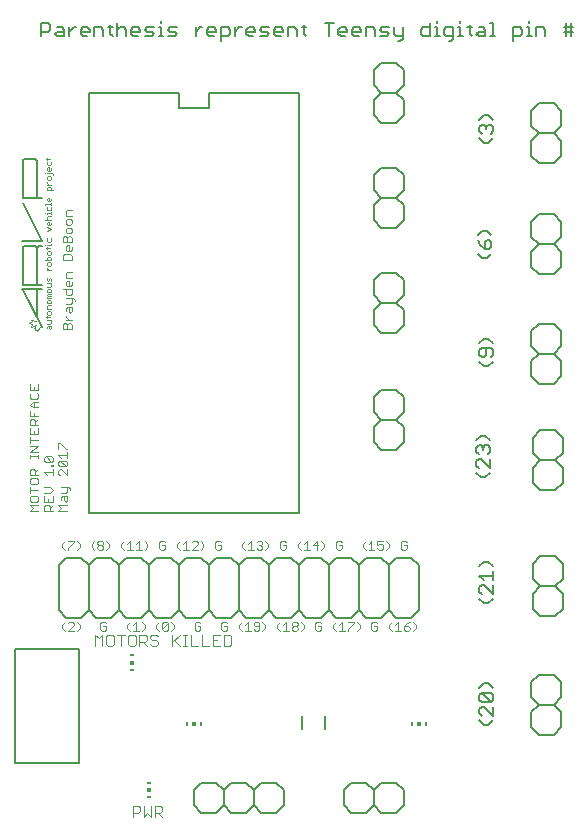
<source format=gto>
G75*
%MOIN*%
%OFA0B0*%
%FSLAX25Y25*%
%IPPOS*%
%LPD*%
%AMOC8*
5,1,8,0,0,1.08239X$1,22.5*
%
%ADD10C,0.00300*%
%ADD11C,0.00500*%
%ADD12C,0.00600*%
%ADD13R,0.00591X0.01181*%
%ADD14R,0.01181X0.01181*%
%ADD15R,0.01181X0.00591*%
%ADD16C,0.00800*%
%ADD17C,0.00200*%
D10*
X0090578Y0051083D02*
X0090578Y0054786D01*
X0092430Y0054786D01*
X0093047Y0054169D01*
X0093047Y0052935D01*
X0092430Y0052317D01*
X0090578Y0052317D01*
X0094262Y0051083D02*
X0095496Y0052317D01*
X0096730Y0051083D01*
X0096730Y0054786D01*
X0097945Y0054786D02*
X0099796Y0054786D01*
X0100414Y0054169D01*
X0100414Y0052935D01*
X0099796Y0052317D01*
X0097945Y0052317D01*
X0097945Y0051083D02*
X0097945Y0054786D01*
X0099179Y0052317D02*
X0100414Y0051083D01*
X0094262Y0051083D02*
X0094262Y0054786D01*
X0095280Y0108083D02*
X0094045Y0109317D01*
X0094663Y0109317D02*
X0092811Y0109317D01*
X0092811Y0108083D02*
X0092811Y0111786D01*
X0094663Y0111786D01*
X0095280Y0111169D01*
X0095280Y0109935D01*
X0094663Y0109317D01*
X0096494Y0108700D02*
X0097111Y0108083D01*
X0098346Y0108083D01*
X0098963Y0108700D01*
X0098963Y0109317D01*
X0098346Y0109935D01*
X0097111Y0109935D01*
X0096494Y0110552D01*
X0096494Y0111169D01*
X0097111Y0111786D01*
X0098346Y0111786D01*
X0098963Y0111169D01*
X0099475Y0113083D02*
X0098508Y0114051D01*
X0098508Y0115018D01*
X0099475Y0115986D01*
X0100472Y0115502D02*
X0100956Y0115986D01*
X0101924Y0115986D01*
X0102407Y0115502D01*
X0100472Y0113567D01*
X0100956Y0113083D01*
X0101924Y0113083D01*
X0102407Y0113567D01*
X0102407Y0115502D01*
X0103419Y0115986D02*
X0104386Y0115018D01*
X0104386Y0114051D01*
X0103419Y0113083D01*
X0103860Y0111786D02*
X0103860Y0108083D01*
X0103860Y0109317D02*
X0106329Y0111786D01*
X0107544Y0111786D02*
X0108778Y0111786D01*
X0108161Y0111786D02*
X0108161Y0108083D01*
X0107544Y0108083D02*
X0108778Y0108083D01*
X0109999Y0108083D02*
X0109999Y0111786D01*
X0111760Y0113083D02*
X0112727Y0113083D01*
X0113211Y0113567D01*
X0113211Y0114534D01*
X0112244Y0114534D01*
X0111276Y0115502D02*
X0111276Y0113567D01*
X0111760Y0113083D01*
X0113682Y0111786D02*
X0113682Y0108083D01*
X0116151Y0108083D01*
X0117365Y0108083D02*
X0117365Y0111786D01*
X0119834Y0111786D01*
X0121048Y0111786D02*
X0121048Y0108083D01*
X0122900Y0108083D01*
X0123517Y0108700D01*
X0123517Y0111169D01*
X0122900Y0111786D01*
X0121048Y0111786D01*
X0120600Y0113083D02*
X0121567Y0113083D01*
X0122051Y0113567D01*
X0122051Y0114534D01*
X0121083Y0114534D01*
X0120116Y0113567D02*
X0120600Y0113083D01*
X0120116Y0113567D02*
X0120116Y0115502D01*
X0120600Y0115986D01*
X0121567Y0115986D01*
X0122051Y0115502D01*
X0126009Y0115018D02*
X0126009Y0114051D01*
X0126976Y0113083D01*
X0127973Y0113083D02*
X0129908Y0113083D01*
X0128941Y0113083D02*
X0128941Y0115986D01*
X0127973Y0115018D01*
X0126976Y0115986D02*
X0126009Y0115018D01*
X0130920Y0115018D02*
X0131403Y0114534D01*
X0132855Y0114534D01*
X0132855Y0113567D02*
X0132855Y0115502D01*
X0132371Y0115986D01*
X0131403Y0115986D01*
X0130920Y0115502D01*
X0130920Y0115018D01*
X0130920Y0113567D02*
X0131403Y0113083D01*
X0132371Y0113083D01*
X0132855Y0113567D01*
X0133866Y0113083D02*
X0134834Y0114051D01*
X0134834Y0115018D01*
X0133866Y0115986D01*
X0138777Y0115018D02*
X0138777Y0114051D01*
X0139745Y0113083D01*
X0140741Y0113083D02*
X0142676Y0113083D01*
X0141709Y0113083D02*
X0141709Y0115986D01*
X0140741Y0115018D01*
X0139745Y0115986D02*
X0138777Y0115018D01*
X0143688Y0115018D02*
X0143688Y0115502D01*
X0144172Y0115986D01*
X0145139Y0115986D01*
X0145623Y0115502D01*
X0145623Y0115018D01*
X0145139Y0114534D01*
X0144172Y0114534D01*
X0143688Y0115018D01*
X0144172Y0114534D02*
X0143688Y0114051D01*
X0143688Y0113567D01*
X0144172Y0113083D01*
X0145139Y0113083D01*
X0145623Y0113567D01*
X0145623Y0114051D01*
X0145139Y0114534D01*
X0146634Y0113083D02*
X0147602Y0114051D01*
X0147602Y0115018D01*
X0146634Y0115986D01*
X0151545Y0115502D02*
X0151545Y0113567D01*
X0152029Y0113083D01*
X0152997Y0113083D01*
X0153480Y0113567D01*
X0153480Y0114534D01*
X0152513Y0114534D01*
X0153480Y0115502D02*
X0152997Y0115986D01*
X0152029Y0115986D01*
X0151545Y0115502D01*
X0157438Y0115018D02*
X0157438Y0114051D01*
X0158406Y0113083D01*
X0159403Y0113083D02*
X0161338Y0113083D01*
X0160370Y0113083D02*
X0160370Y0115986D01*
X0159403Y0115018D01*
X0158406Y0115986D02*
X0157438Y0115018D01*
X0162349Y0115986D02*
X0164284Y0115986D01*
X0164284Y0115502D01*
X0162349Y0113567D01*
X0162349Y0113083D01*
X0165296Y0113083D02*
X0166263Y0114051D01*
X0166263Y0115018D01*
X0165296Y0115986D01*
X0170207Y0115502D02*
X0170207Y0113567D01*
X0170690Y0113083D01*
X0171658Y0113083D01*
X0172142Y0113567D01*
X0172142Y0114534D01*
X0171174Y0114534D01*
X0170207Y0115502D02*
X0170690Y0115986D01*
X0171658Y0115986D01*
X0172142Y0115502D01*
X0176100Y0115018D02*
X0176100Y0114051D01*
X0177067Y0113083D01*
X0178064Y0113083D02*
X0179999Y0113083D01*
X0179031Y0113083D02*
X0179031Y0115986D01*
X0178064Y0115018D01*
X0177067Y0115986D02*
X0176100Y0115018D01*
X0181011Y0114534D02*
X0181011Y0113567D01*
X0181494Y0113083D01*
X0182462Y0113083D01*
X0182945Y0113567D01*
X0182945Y0114051D01*
X0182462Y0114534D01*
X0181011Y0114534D01*
X0181978Y0115502D01*
X0182945Y0115986D01*
X0183957Y0115986D02*
X0184925Y0115018D01*
X0184925Y0114051D01*
X0183957Y0113083D01*
X0181480Y0140083D02*
X0181963Y0140567D01*
X0181963Y0141534D01*
X0180996Y0141534D01*
X0180028Y0140567D02*
X0180512Y0140083D01*
X0181480Y0140083D01*
X0180028Y0140567D02*
X0180028Y0142502D01*
X0180512Y0142986D01*
X0181480Y0142986D01*
X0181963Y0142502D01*
X0176085Y0142018D02*
X0175117Y0142986D01*
X0174106Y0142986D02*
X0172171Y0142986D01*
X0172171Y0141534D01*
X0173138Y0142018D01*
X0173622Y0142018D01*
X0174106Y0141534D01*
X0174106Y0140567D01*
X0173622Y0140083D01*
X0172655Y0140083D01*
X0172171Y0140567D01*
X0171159Y0140083D02*
X0169224Y0140083D01*
X0170192Y0140083D02*
X0170192Y0142986D01*
X0169224Y0142018D01*
X0168228Y0142986D02*
X0167260Y0142018D01*
X0167260Y0141051D01*
X0168228Y0140083D01*
X0175117Y0140083D02*
X0176085Y0141051D01*
X0176085Y0142018D01*
X0160356Y0141534D02*
X0159388Y0141534D01*
X0160356Y0141534D02*
X0160356Y0140567D01*
X0159872Y0140083D01*
X0158904Y0140083D01*
X0158421Y0140567D01*
X0158421Y0142502D01*
X0158904Y0142986D01*
X0159872Y0142986D01*
X0160356Y0142502D01*
X0154477Y0142018D02*
X0153510Y0142986D01*
X0154477Y0142018D02*
X0154477Y0141051D01*
X0153510Y0140083D01*
X0152014Y0140083D02*
X0152014Y0142986D01*
X0150563Y0141534D01*
X0152498Y0141534D01*
X0149552Y0140083D02*
X0147617Y0140083D01*
X0148584Y0140083D02*
X0148584Y0142986D01*
X0147617Y0142018D01*
X0146620Y0142986D02*
X0145652Y0142018D01*
X0145652Y0141051D01*
X0146620Y0140083D01*
X0141694Y0140567D02*
X0141694Y0141534D01*
X0140727Y0141534D01*
X0141694Y0140567D02*
X0141210Y0140083D01*
X0140243Y0140083D01*
X0139759Y0140567D01*
X0139759Y0142502D01*
X0140243Y0142986D01*
X0141210Y0142986D01*
X0141694Y0142502D01*
X0135816Y0142018D02*
X0134848Y0142986D01*
X0133837Y0142502D02*
X0133837Y0142018D01*
X0133353Y0141534D01*
X0133837Y0141051D01*
X0133837Y0140567D01*
X0133353Y0140083D01*
X0132386Y0140083D01*
X0131902Y0140567D01*
X0130890Y0140083D02*
X0128955Y0140083D01*
X0129923Y0140083D02*
X0129923Y0142986D01*
X0128955Y0142018D01*
X0127958Y0142986D02*
X0126991Y0142018D01*
X0126991Y0141051D01*
X0127958Y0140083D01*
X0131902Y0142502D02*
X0132386Y0142986D01*
X0133353Y0142986D01*
X0133837Y0142502D01*
X0133353Y0141534D02*
X0132869Y0141534D01*
X0134848Y0140083D02*
X0135816Y0141051D01*
X0135816Y0142018D01*
X0120086Y0141534D02*
X0119119Y0141534D01*
X0120086Y0141534D02*
X0120086Y0140567D01*
X0119603Y0140083D01*
X0118635Y0140083D01*
X0118151Y0140567D01*
X0118151Y0142502D01*
X0118635Y0142986D01*
X0119603Y0142986D01*
X0120086Y0142502D01*
X0114208Y0142018D02*
X0113241Y0142986D01*
X0112229Y0142502D02*
X0112229Y0142018D01*
X0110294Y0140083D01*
X0112229Y0140083D01*
X0113241Y0140083D02*
X0114208Y0141051D01*
X0114208Y0142018D01*
X0112229Y0142502D02*
X0111745Y0142986D01*
X0110778Y0142986D01*
X0110294Y0142502D01*
X0108315Y0142986D02*
X0108315Y0140083D01*
X0107348Y0140083D02*
X0109283Y0140083D01*
X0107348Y0142018D02*
X0108315Y0142986D01*
X0106351Y0142986D02*
X0105383Y0142018D01*
X0105383Y0141051D01*
X0106351Y0140083D01*
X0101425Y0140567D02*
X0101425Y0141534D01*
X0100458Y0141534D01*
X0101425Y0140567D02*
X0100941Y0140083D01*
X0099974Y0140083D01*
X0099490Y0140567D01*
X0099490Y0142502D01*
X0099974Y0142986D01*
X0100941Y0142986D01*
X0101425Y0142502D01*
X0095547Y0142018D02*
X0094579Y0142986D01*
X0095547Y0142018D02*
X0095547Y0141051D01*
X0094579Y0140083D01*
X0093568Y0140083D02*
X0091633Y0140083D01*
X0092600Y0140083D02*
X0092600Y0142986D01*
X0091633Y0142018D01*
X0090621Y0140083D02*
X0088686Y0140083D01*
X0089654Y0140083D02*
X0089654Y0142986D01*
X0088686Y0142018D01*
X0087689Y0142986D02*
X0086722Y0142018D01*
X0086722Y0141051D01*
X0087689Y0140083D01*
X0082779Y0141051D02*
X0082779Y0142018D01*
X0081811Y0142986D01*
X0080800Y0142502D02*
X0080800Y0142018D01*
X0080316Y0141534D01*
X0079348Y0141534D01*
X0078865Y0142018D01*
X0078865Y0142502D01*
X0079348Y0142986D01*
X0080316Y0142986D01*
X0080800Y0142502D01*
X0080316Y0141534D02*
X0080800Y0141051D01*
X0080800Y0140567D01*
X0080316Y0140083D01*
X0079348Y0140083D01*
X0078865Y0140567D01*
X0078865Y0141051D01*
X0079348Y0141534D01*
X0077868Y0140083D02*
X0076900Y0141051D01*
X0076900Y0142018D01*
X0077868Y0142986D01*
X0081811Y0140083D02*
X0082779Y0141051D01*
X0072957Y0141051D02*
X0072957Y0142018D01*
X0071989Y0142986D01*
X0070978Y0142986D02*
X0070978Y0142502D01*
X0069043Y0140567D01*
X0069043Y0140083D01*
X0068046Y0140083D02*
X0067078Y0141051D01*
X0067078Y0142018D01*
X0068046Y0142986D01*
X0069043Y0142986D02*
X0070978Y0142986D01*
X0072957Y0141051D02*
X0071989Y0140083D01*
X0068778Y0153083D02*
X0065876Y0153083D01*
X0066843Y0154051D01*
X0065876Y0155018D01*
X0068778Y0155018D01*
X0068295Y0156030D02*
X0067811Y0156513D01*
X0067811Y0157965D01*
X0067327Y0157965D02*
X0068778Y0157965D01*
X0068778Y0156513D01*
X0068295Y0156030D01*
X0066843Y0156513D02*
X0066843Y0157481D01*
X0067327Y0157965D01*
X0066843Y0158976D02*
X0068295Y0158976D01*
X0068778Y0159460D01*
X0068778Y0160911D01*
X0069262Y0160911D02*
X0069746Y0160427D01*
X0069746Y0159944D01*
X0069262Y0160911D02*
X0066843Y0160911D01*
X0063978Y0159944D02*
X0063011Y0160911D01*
X0061076Y0160911D01*
X0061076Y0158976D02*
X0063011Y0158976D01*
X0063978Y0159944D01*
X0063978Y0157965D02*
X0063978Y0156030D01*
X0061076Y0156030D01*
X0061076Y0157965D01*
X0062527Y0156997D02*
X0062527Y0156030D01*
X0062527Y0155018D02*
X0063011Y0154534D01*
X0063011Y0153083D01*
X0063978Y0153083D02*
X0061076Y0153083D01*
X0061076Y0154534D01*
X0061560Y0155018D01*
X0062527Y0155018D01*
X0063011Y0154051D02*
X0063978Y0155018D01*
X0059178Y0155018D02*
X0056276Y0155018D01*
X0057243Y0154051D01*
X0056276Y0153083D01*
X0059178Y0153083D01*
X0058695Y0156030D02*
X0059178Y0156513D01*
X0059178Y0157481D01*
X0058695Y0157965D01*
X0056760Y0157965D01*
X0056276Y0157481D01*
X0056276Y0156513D01*
X0056760Y0156030D01*
X0058695Y0156030D01*
X0056276Y0158976D02*
X0056276Y0160911D01*
X0056276Y0159944D02*
X0059178Y0159944D01*
X0058695Y0161923D02*
X0059178Y0162406D01*
X0059178Y0163374D01*
X0058695Y0163858D01*
X0056760Y0163858D01*
X0056276Y0163374D01*
X0056276Y0162406D01*
X0056760Y0161923D01*
X0058695Y0161923D01*
X0059178Y0164869D02*
X0056276Y0164869D01*
X0056276Y0166320D01*
X0056760Y0166804D01*
X0057727Y0166804D01*
X0058211Y0166320D01*
X0058211Y0164869D01*
X0058211Y0165837D02*
X0059178Y0166804D01*
X0061076Y0165837D02*
X0062043Y0164869D01*
X0061076Y0165837D02*
X0063978Y0165837D01*
X0063978Y0166804D02*
X0063978Y0164869D01*
X0065876Y0165353D02*
X0066360Y0164869D01*
X0065876Y0165353D02*
X0065876Y0166320D01*
X0066360Y0166804D01*
X0066843Y0166804D01*
X0068778Y0164869D01*
X0068778Y0166804D01*
X0068295Y0167816D02*
X0066360Y0169751D01*
X0068295Y0169751D01*
X0068778Y0169267D01*
X0068778Y0168299D01*
X0068295Y0167816D01*
X0066360Y0167816D01*
X0065876Y0168299D01*
X0065876Y0169267D01*
X0066360Y0169751D01*
X0066843Y0170762D02*
X0065876Y0171730D01*
X0068778Y0171730D01*
X0068778Y0172697D02*
X0068778Y0170762D01*
X0068778Y0173709D02*
X0068295Y0173709D01*
X0066360Y0175644D01*
X0065876Y0175644D01*
X0065876Y0173709D01*
X0063495Y0171224D02*
X0063978Y0170740D01*
X0063978Y0169773D01*
X0063495Y0169289D01*
X0061560Y0171224D01*
X0063495Y0171224D01*
X0063495Y0169289D02*
X0061560Y0169289D01*
X0061076Y0169773D01*
X0061076Y0170740D01*
X0061560Y0171224D01*
X0059178Y0171246D02*
X0056276Y0171246D01*
X0056276Y0170762D02*
X0056276Y0171730D01*
X0056276Y0172727D02*
X0059178Y0174662D01*
X0056276Y0174662D01*
X0056276Y0175673D02*
X0056276Y0177608D01*
X0056276Y0176641D02*
X0059178Y0176641D01*
X0059178Y0178620D02*
X0056276Y0178620D01*
X0056276Y0180555D01*
X0056276Y0181566D02*
X0056276Y0183017D01*
X0056760Y0183501D01*
X0057727Y0183501D01*
X0058211Y0183017D01*
X0058211Y0181566D01*
X0059178Y0181566D02*
X0056276Y0181566D01*
X0058211Y0182534D02*
X0059178Y0183501D01*
X0059178Y0184513D02*
X0056276Y0184513D01*
X0056276Y0186448D01*
X0057243Y0187459D02*
X0056276Y0188427D01*
X0057243Y0189394D01*
X0059178Y0189394D01*
X0058695Y0190406D02*
X0059178Y0190889D01*
X0059178Y0191857D01*
X0058695Y0192341D01*
X0059178Y0193352D02*
X0059178Y0195287D01*
X0057727Y0194320D02*
X0057727Y0193352D01*
X0056760Y0192341D02*
X0056276Y0191857D01*
X0056276Y0190889D01*
X0056760Y0190406D01*
X0058695Y0190406D01*
X0057727Y0189394D02*
X0057727Y0187459D01*
X0057243Y0187459D02*
X0059178Y0187459D01*
X0057727Y0185480D02*
X0057727Y0184513D01*
X0059178Y0180555D02*
X0059178Y0178620D01*
X0057727Y0178620D02*
X0057727Y0179587D01*
X0059178Y0172727D02*
X0056276Y0172727D01*
X0059178Y0171730D02*
X0059178Y0170762D01*
X0063495Y0168299D02*
X0063978Y0168299D01*
X0063978Y0167816D01*
X0063495Y0167816D01*
X0063495Y0168299D01*
X0059178Y0193352D02*
X0056276Y0193352D01*
X0056276Y0195287D01*
X0067376Y0213583D02*
X0067376Y0215034D01*
X0067860Y0215518D01*
X0068343Y0215518D01*
X0068827Y0215034D01*
X0068827Y0213583D01*
X0070278Y0213583D02*
X0067376Y0213583D01*
X0068827Y0215034D02*
X0069311Y0215518D01*
X0069795Y0215518D01*
X0070278Y0215034D01*
X0070278Y0213583D01*
X0070278Y0216530D02*
X0068343Y0216530D01*
X0068343Y0217497D02*
X0069311Y0216530D01*
X0068343Y0217497D02*
X0068343Y0217981D01*
X0068343Y0219469D02*
X0068343Y0220436D01*
X0068827Y0220920D01*
X0070278Y0220920D01*
X0070278Y0219469D01*
X0069795Y0218985D01*
X0069311Y0219469D01*
X0069311Y0220920D01*
X0069795Y0221932D02*
X0070278Y0222415D01*
X0070278Y0223867D01*
X0070762Y0223867D02*
X0068343Y0223867D01*
X0068827Y0224878D02*
X0068343Y0225362D01*
X0068343Y0226813D01*
X0067376Y0226813D02*
X0070278Y0226813D01*
X0070278Y0225362D01*
X0069795Y0224878D01*
X0068827Y0224878D01*
X0070762Y0223867D02*
X0071246Y0223383D01*
X0071246Y0222899D01*
X0069795Y0221932D02*
X0068343Y0221932D01*
X0068827Y0227825D02*
X0068343Y0228308D01*
X0068343Y0229276D01*
X0068827Y0229760D01*
X0069311Y0229760D01*
X0069311Y0227825D01*
X0069795Y0227825D02*
X0068827Y0227825D01*
X0069795Y0227825D02*
X0070278Y0228308D01*
X0070278Y0229276D01*
X0070278Y0230771D02*
X0068343Y0230771D01*
X0068343Y0232222D01*
X0068827Y0232706D01*
X0070278Y0232706D01*
X0070278Y0236664D02*
X0070278Y0238115D01*
X0069795Y0238599D01*
X0067860Y0238599D01*
X0067376Y0238115D01*
X0067376Y0236664D01*
X0070278Y0236664D01*
X0069795Y0239611D02*
X0068827Y0239611D01*
X0068343Y0240094D01*
X0068343Y0241062D01*
X0068827Y0241546D01*
X0069311Y0241546D01*
X0069311Y0239611D01*
X0069795Y0239611D02*
X0070278Y0240094D01*
X0070278Y0241062D01*
X0070278Y0242557D02*
X0070278Y0244008D01*
X0069795Y0244492D01*
X0069311Y0244492D01*
X0068827Y0244008D01*
X0068827Y0242557D01*
X0067376Y0242557D02*
X0067376Y0244008D01*
X0067860Y0244492D01*
X0068343Y0244492D01*
X0068827Y0244008D01*
X0068827Y0245504D02*
X0069795Y0245504D01*
X0070278Y0245987D01*
X0070278Y0246955D01*
X0069795Y0247439D01*
X0068827Y0247439D01*
X0068343Y0246955D01*
X0068343Y0245987D01*
X0068827Y0245504D01*
X0068827Y0248450D02*
X0069795Y0248450D01*
X0070278Y0248934D01*
X0070278Y0249901D01*
X0069795Y0250385D01*
X0068827Y0250385D01*
X0068343Y0249901D01*
X0068343Y0248934D01*
X0068827Y0248450D01*
X0068343Y0251397D02*
X0068343Y0252848D01*
X0068827Y0253332D01*
X0070278Y0253332D01*
X0070278Y0251397D02*
X0068343Y0251397D01*
X0067376Y0242557D02*
X0070278Y0242557D01*
X0070494Y0115986D02*
X0069527Y0115986D01*
X0069043Y0115502D01*
X0068046Y0115986D02*
X0067078Y0115018D01*
X0067078Y0114051D01*
X0068046Y0113083D01*
X0069043Y0113083D02*
X0070978Y0115018D01*
X0070978Y0115502D01*
X0070494Y0115986D01*
X0071989Y0115986D02*
X0072957Y0115018D01*
X0072957Y0114051D01*
X0071989Y0113083D01*
X0070978Y0113083D02*
X0069043Y0113083D01*
X0078078Y0111786D02*
X0078078Y0108083D01*
X0080547Y0108083D02*
X0080547Y0111786D01*
X0079313Y0110552D01*
X0078078Y0111786D01*
X0079847Y0113567D02*
X0080330Y0113083D01*
X0081298Y0113083D01*
X0081782Y0113567D01*
X0081782Y0114534D01*
X0080814Y0114534D01*
X0079847Y0113567D02*
X0079847Y0115502D01*
X0080330Y0115986D01*
X0081298Y0115986D01*
X0081782Y0115502D01*
X0082379Y0111786D02*
X0081762Y0111169D01*
X0081762Y0108700D01*
X0082379Y0108083D01*
X0083613Y0108083D01*
X0084230Y0108700D01*
X0084230Y0111169D01*
X0083613Y0111786D01*
X0082379Y0111786D01*
X0085445Y0111786D02*
X0087914Y0111786D01*
X0086679Y0111786D02*
X0086679Y0108083D01*
X0089128Y0108700D02*
X0089128Y0111169D01*
X0089745Y0111786D01*
X0090979Y0111786D01*
X0091597Y0111169D01*
X0091597Y0108700D01*
X0090979Y0108083D01*
X0089745Y0108083D01*
X0089128Y0108700D01*
X0089654Y0113083D02*
X0088686Y0114051D01*
X0088686Y0115018D01*
X0089654Y0115986D01*
X0090651Y0115018D02*
X0091618Y0115986D01*
X0091618Y0113083D01*
X0090651Y0113083D02*
X0092586Y0113083D01*
X0093597Y0113083D02*
X0094565Y0114051D01*
X0094565Y0115018D01*
X0093597Y0115986D01*
X0100472Y0115502D02*
X0100472Y0113567D01*
X0104478Y0109935D02*
X0106329Y0108083D01*
X0109999Y0108083D02*
X0112468Y0108083D01*
X0117365Y0108083D02*
X0119834Y0108083D01*
X0118600Y0109935D02*
X0117365Y0109935D01*
X0113211Y0115502D02*
X0112727Y0115986D01*
X0111760Y0115986D01*
X0111276Y0115502D01*
D11*
X0051299Y0106831D02*
X0051299Y0069035D01*
X0072558Y0069035D01*
X0072558Y0106831D01*
X0051299Y0106831D01*
X0146991Y0084598D02*
X0146991Y0080268D01*
X0154865Y0080268D02*
X0154865Y0084598D01*
X0206175Y0085503D02*
X0206925Y0084752D01*
X0206175Y0085503D02*
X0206175Y0087004D01*
X0206925Y0087755D01*
X0207676Y0087755D01*
X0210678Y0084752D01*
X0210678Y0087755D01*
X0209928Y0089356D02*
X0206925Y0092359D01*
X0209928Y0092359D01*
X0210678Y0091608D01*
X0210678Y0090107D01*
X0209928Y0089356D01*
X0206925Y0089356D01*
X0206175Y0090107D01*
X0206175Y0091608D01*
X0206925Y0092359D01*
X0206175Y0093960D02*
X0207676Y0095461D01*
X0209177Y0095461D01*
X0210678Y0093960D01*
X0210678Y0083184D02*
X0209177Y0081683D01*
X0207676Y0081683D01*
X0206175Y0083184D01*
X0207676Y0122183D02*
X0206175Y0123684D01*
X0206925Y0125252D02*
X0206175Y0126003D01*
X0206175Y0127504D01*
X0206925Y0128255D01*
X0207676Y0128255D01*
X0210678Y0125252D01*
X0210678Y0128255D01*
X0210678Y0129856D02*
X0210678Y0132859D01*
X0210678Y0131358D02*
X0206175Y0131358D01*
X0207676Y0129856D01*
X0210678Y0123684D02*
X0209177Y0122183D01*
X0207676Y0122183D01*
X0206175Y0134460D02*
X0207676Y0135961D01*
X0209177Y0135961D01*
X0210678Y0134460D01*
X0208177Y0164183D02*
X0206676Y0164183D01*
X0205175Y0165684D01*
X0205925Y0167252D02*
X0205175Y0168003D01*
X0205175Y0169504D01*
X0205925Y0170255D01*
X0206676Y0170255D01*
X0209678Y0167252D01*
X0209678Y0170255D01*
X0208928Y0171856D02*
X0209678Y0172607D01*
X0209678Y0174108D01*
X0208928Y0174859D01*
X0208177Y0174859D01*
X0207427Y0174108D01*
X0207427Y0173358D01*
X0207427Y0174108D02*
X0206676Y0174859D01*
X0205925Y0174859D01*
X0205175Y0174108D01*
X0205175Y0172607D01*
X0205925Y0171856D01*
X0205175Y0176460D02*
X0206676Y0177961D01*
X0208177Y0177961D01*
X0209678Y0176460D01*
X0209678Y0165684D02*
X0208177Y0164183D01*
X0207676Y0201183D02*
X0206175Y0202684D01*
X0206925Y0204252D02*
X0207676Y0204252D01*
X0208427Y0205003D01*
X0208427Y0207255D01*
X0209928Y0207255D02*
X0206925Y0207255D01*
X0206175Y0206504D01*
X0206175Y0205003D01*
X0206925Y0204252D01*
X0209928Y0204252D02*
X0210678Y0205003D01*
X0210678Y0206504D01*
X0209928Y0207255D01*
X0210678Y0208856D02*
X0209177Y0210358D01*
X0207676Y0210358D01*
X0206175Y0208856D01*
X0210678Y0202684D02*
X0209177Y0201183D01*
X0207676Y0201183D01*
X0207176Y0237183D02*
X0205675Y0238684D01*
X0207176Y0237183D02*
X0208677Y0237183D01*
X0210178Y0238684D01*
X0209428Y0240252D02*
X0210178Y0241003D01*
X0210178Y0242504D01*
X0209428Y0243255D01*
X0208677Y0243255D01*
X0207927Y0242504D01*
X0207927Y0240252D01*
X0209428Y0240252D01*
X0207927Y0240252D02*
X0206425Y0241754D01*
X0205675Y0243255D01*
X0205675Y0244856D02*
X0207176Y0246358D01*
X0208677Y0246358D01*
X0210178Y0244856D01*
X0209177Y0275683D02*
X0207676Y0275683D01*
X0206175Y0277184D01*
X0206925Y0278752D02*
X0206175Y0279503D01*
X0206175Y0281004D01*
X0206925Y0281755D01*
X0207676Y0281755D01*
X0208427Y0281004D01*
X0209177Y0281755D01*
X0209928Y0281755D01*
X0210678Y0281004D01*
X0210678Y0279503D01*
X0209928Y0278752D01*
X0210678Y0277184D02*
X0209177Y0275683D01*
X0208427Y0280254D02*
X0208427Y0281004D01*
X0210678Y0283356D02*
X0209177Y0284858D01*
X0207676Y0284858D01*
X0206175Y0283356D01*
X0205953Y0311183D02*
X0205202Y0311934D01*
X0205953Y0312684D01*
X0208205Y0312684D01*
X0208205Y0313435D02*
X0208205Y0311183D01*
X0205953Y0311183D01*
X0203634Y0311183D02*
X0202883Y0311934D01*
X0202883Y0314936D01*
X0202133Y0314186D02*
X0203634Y0314186D01*
X0205953Y0314186D02*
X0207454Y0314186D01*
X0208205Y0313435D01*
X0209806Y0315687D02*
X0210557Y0315687D01*
X0210557Y0311183D01*
X0211307Y0311183D02*
X0209806Y0311183D01*
X0217479Y0311183D02*
X0219731Y0311183D01*
X0220482Y0311934D01*
X0220482Y0313435D01*
X0219731Y0314186D01*
X0217479Y0314186D01*
X0217479Y0309682D01*
X0222083Y0311183D02*
X0223584Y0311183D01*
X0222834Y0311183D02*
X0222834Y0314186D01*
X0222083Y0314186D01*
X0222834Y0315687D02*
X0222834Y0316438D01*
X0225152Y0314186D02*
X0227404Y0314186D01*
X0228155Y0313435D01*
X0228155Y0311183D01*
X0225152Y0311183D02*
X0225152Y0314186D01*
X0234360Y0314186D02*
X0236612Y0314186D01*
X0237363Y0314186D01*
X0237363Y0312684D02*
X0234360Y0312684D01*
X0235111Y0311183D02*
X0235111Y0315687D01*
X0236612Y0315687D02*
X0236612Y0311183D01*
X0200565Y0311183D02*
X0199064Y0311183D01*
X0199814Y0311183D02*
X0199814Y0314186D01*
X0199064Y0314186D01*
X0197462Y0314186D02*
X0197462Y0310432D01*
X0196712Y0309682D01*
X0195961Y0309682D01*
X0195210Y0311183D02*
X0197462Y0311183D01*
X0195210Y0311183D02*
X0194460Y0311934D01*
X0194460Y0313435D01*
X0195210Y0314186D01*
X0197462Y0314186D01*
X0199814Y0315687D02*
X0199814Y0316438D01*
X0192141Y0316438D02*
X0192141Y0315687D01*
X0192141Y0314186D02*
X0192141Y0311183D01*
X0191390Y0311183D02*
X0192892Y0311183D01*
X0192141Y0314186D02*
X0191390Y0314186D01*
X0189789Y0314186D02*
X0187537Y0314186D01*
X0186786Y0313435D01*
X0186786Y0311934D01*
X0187537Y0311183D01*
X0189789Y0311183D01*
X0189789Y0315687D01*
X0180581Y0314186D02*
X0180581Y0310432D01*
X0179830Y0309682D01*
X0179080Y0309682D01*
X0178329Y0311183D02*
X0180581Y0311183D01*
X0178329Y0311183D02*
X0177579Y0311934D01*
X0177579Y0314186D01*
X0175977Y0314186D02*
X0173725Y0314186D01*
X0172975Y0313435D01*
X0173725Y0312684D01*
X0175227Y0312684D01*
X0175977Y0311934D01*
X0175227Y0311183D01*
X0172975Y0311183D01*
X0171373Y0311183D02*
X0171373Y0313435D01*
X0170623Y0314186D01*
X0168371Y0314186D01*
X0168371Y0311183D01*
X0166769Y0312684D02*
X0163767Y0312684D01*
X0163767Y0311934D02*
X0163767Y0313435D01*
X0164517Y0314186D01*
X0166019Y0314186D01*
X0166769Y0313435D01*
X0166769Y0312684D01*
X0166019Y0311183D02*
X0164517Y0311183D01*
X0163767Y0311934D01*
X0162165Y0312684D02*
X0159163Y0312684D01*
X0159163Y0311934D02*
X0159163Y0313435D01*
X0159913Y0314186D01*
X0161415Y0314186D01*
X0162165Y0313435D01*
X0162165Y0312684D01*
X0161415Y0311183D02*
X0159913Y0311183D01*
X0159163Y0311934D01*
X0156060Y0311183D02*
X0156060Y0315687D01*
X0154559Y0315687D02*
X0157561Y0315687D01*
X0148387Y0314186D02*
X0146886Y0314186D01*
X0147636Y0314936D02*
X0147636Y0311934D01*
X0148387Y0311183D01*
X0145284Y0311183D02*
X0145284Y0313435D01*
X0144534Y0314186D01*
X0142282Y0314186D01*
X0142282Y0311183D01*
X0140680Y0312684D02*
X0137678Y0312684D01*
X0137678Y0311934D02*
X0137678Y0313435D01*
X0138428Y0314186D01*
X0139930Y0314186D01*
X0140680Y0313435D01*
X0140680Y0312684D01*
X0139930Y0311183D02*
X0138428Y0311183D01*
X0137678Y0311934D01*
X0136076Y0311934D02*
X0135326Y0312684D01*
X0133825Y0312684D01*
X0133074Y0313435D01*
X0133825Y0314186D01*
X0136076Y0314186D01*
X0136076Y0311934D02*
X0135326Y0311183D01*
X0133074Y0311183D01*
X0131473Y0312684D02*
X0128470Y0312684D01*
X0128470Y0311934D02*
X0128470Y0313435D01*
X0129221Y0314186D01*
X0130722Y0314186D01*
X0131473Y0313435D01*
X0131473Y0312684D01*
X0130722Y0311183D02*
X0129221Y0311183D01*
X0128470Y0311934D01*
X0126885Y0314186D02*
X0126135Y0314186D01*
X0124633Y0312684D01*
X0124633Y0311183D02*
X0124633Y0314186D01*
X0123032Y0313435D02*
X0123032Y0311934D01*
X0122281Y0311183D01*
X0120029Y0311183D01*
X0120029Y0309682D02*
X0120029Y0314186D01*
X0122281Y0314186D01*
X0123032Y0313435D01*
X0118428Y0313435D02*
X0118428Y0312684D01*
X0115426Y0312684D01*
X0115426Y0311934D02*
X0115426Y0313435D01*
X0116176Y0314186D01*
X0117677Y0314186D01*
X0118428Y0313435D01*
X0117677Y0311183D02*
X0116176Y0311183D01*
X0115426Y0311934D01*
X0113841Y0314186D02*
X0113090Y0314186D01*
X0111589Y0312684D01*
X0111589Y0311183D02*
X0111589Y0314186D01*
X0105384Y0314186D02*
X0103132Y0314186D01*
X0102381Y0313435D01*
X0103132Y0312684D01*
X0104633Y0312684D01*
X0105384Y0311934D01*
X0104633Y0311183D01*
X0102381Y0311183D01*
X0100813Y0311183D02*
X0099312Y0311183D01*
X0100062Y0311183D02*
X0100062Y0314186D01*
X0099312Y0314186D01*
X0097710Y0314186D02*
X0095459Y0314186D01*
X0094708Y0313435D01*
X0095459Y0312684D01*
X0096960Y0312684D01*
X0097710Y0311934D01*
X0096960Y0311183D01*
X0094708Y0311183D01*
X0093107Y0312684D02*
X0090104Y0312684D01*
X0090104Y0311934D02*
X0090104Y0313435D01*
X0090855Y0314186D01*
X0092356Y0314186D01*
X0093107Y0313435D01*
X0093107Y0312684D01*
X0092356Y0311183D02*
X0090855Y0311183D01*
X0090104Y0311934D01*
X0088503Y0311183D02*
X0088503Y0313435D01*
X0087752Y0314186D01*
X0086251Y0314186D01*
X0085500Y0313435D01*
X0083932Y0314186D02*
X0082431Y0314186D01*
X0083181Y0314936D02*
X0083181Y0311934D01*
X0083932Y0311183D01*
X0085500Y0311183D02*
X0085500Y0315687D01*
X0080829Y0313435D02*
X0080829Y0311183D01*
X0080829Y0313435D02*
X0080079Y0314186D01*
X0077827Y0314186D01*
X0077827Y0311183D01*
X0076225Y0312684D02*
X0073223Y0312684D01*
X0073223Y0311934D02*
X0073223Y0313435D01*
X0073974Y0314186D01*
X0075475Y0314186D01*
X0076225Y0313435D01*
X0076225Y0312684D01*
X0075475Y0311183D02*
X0073974Y0311183D01*
X0073223Y0311934D01*
X0071638Y0314186D02*
X0070888Y0314186D01*
X0069386Y0312684D01*
X0069386Y0311183D02*
X0069386Y0314186D01*
X0067785Y0313435D02*
X0067785Y0311183D01*
X0065533Y0311183D01*
X0064782Y0311934D01*
X0065533Y0312684D01*
X0067785Y0312684D01*
X0067785Y0313435D02*
X0067034Y0314186D01*
X0065533Y0314186D01*
X0063181Y0314936D02*
X0062430Y0315687D01*
X0060178Y0315687D01*
X0060178Y0311183D01*
X0060178Y0312684D02*
X0062430Y0312684D01*
X0063181Y0313435D01*
X0063181Y0314936D01*
X0100062Y0315687D02*
X0100062Y0316438D01*
X0058028Y0270233D02*
X0057928Y0270233D01*
X0054528Y0270233D01*
X0054529Y0270233D02*
X0054479Y0270224D01*
X0054430Y0270212D01*
X0054382Y0270196D01*
X0054336Y0270177D01*
X0054291Y0270155D01*
X0054247Y0270129D01*
X0054206Y0270100D01*
X0054167Y0270068D01*
X0054130Y0270034D01*
X0054096Y0269997D01*
X0054064Y0269958D01*
X0054036Y0269916D01*
X0054011Y0269872D01*
X0053989Y0269827D01*
X0053970Y0269780D01*
X0053955Y0269732D01*
X0053943Y0269683D01*
X0053935Y0269634D01*
X0053930Y0269584D01*
X0053929Y0269533D01*
X0053928Y0269533D02*
X0053928Y0257133D01*
X0058628Y0257133D01*
X0058628Y0269533D01*
X0058628Y0269633D02*
X0058619Y0269683D01*
X0058607Y0269732D01*
X0058591Y0269780D01*
X0058572Y0269826D01*
X0058550Y0269871D01*
X0058524Y0269915D01*
X0058495Y0269956D01*
X0058463Y0269995D01*
X0058429Y0270032D01*
X0058392Y0270066D01*
X0058353Y0270098D01*
X0058311Y0270126D01*
X0058267Y0270151D01*
X0058222Y0270173D01*
X0058175Y0270192D01*
X0058127Y0270207D01*
X0058078Y0270219D01*
X0058029Y0270227D01*
X0057979Y0270232D01*
X0057928Y0270233D01*
X0058628Y0257133D02*
X0060528Y0257133D01*
X0053928Y0255633D02*
X0060328Y0242833D01*
X0053828Y0242833D01*
X0054528Y0241233D02*
X0057928Y0241233D01*
X0058028Y0241233D01*
X0057928Y0241233D02*
X0057979Y0241232D01*
X0058029Y0241227D01*
X0058078Y0241219D01*
X0058127Y0241207D01*
X0058175Y0241192D01*
X0058222Y0241173D01*
X0058267Y0241151D01*
X0058311Y0241126D01*
X0058353Y0241098D01*
X0058392Y0241066D01*
X0058429Y0241032D01*
X0058463Y0240995D01*
X0058495Y0240956D01*
X0058524Y0240915D01*
X0058550Y0240871D01*
X0058572Y0240826D01*
X0058591Y0240780D01*
X0058607Y0240732D01*
X0058619Y0240683D01*
X0058628Y0240633D01*
X0058628Y0240533D02*
X0058628Y0240433D01*
X0058628Y0228133D01*
X0060528Y0228133D01*
X0060528Y0226833D02*
X0053828Y0226833D01*
X0053928Y0226633D02*
X0060528Y0214333D01*
X0058628Y0217933D02*
X0058628Y0226633D01*
X0058628Y0228133D02*
X0053928Y0228133D01*
X0053928Y0240533D01*
X0053929Y0240533D02*
X0053930Y0240584D01*
X0053935Y0240634D01*
X0053943Y0240683D01*
X0053955Y0240732D01*
X0053970Y0240780D01*
X0053989Y0240827D01*
X0054011Y0240872D01*
X0054036Y0240916D01*
X0054064Y0240958D01*
X0054096Y0240997D01*
X0054130Y0241034D01*
X0054167Y0241068D01*
X0054206Y0241100D01*
X0054247Y0241129D01*
X0054291Y0241155D01*
X0054336Y0241177D01*
X0054382Y0241196D01*
X0054430Y0241212D01*
X0054479Y0241224D01*
X0054529Y0241233D01*
X0059128Y0241133D02*
X0060528Y0241133D01*
X0059228Y0241133D02*
X0059178Y0241124D01*
X0059129Y0241112D01*
X0059082Y0241096D01*
X0059035Y0241077D01*
X0058990Y0241055D01*
X0058946Y0241029D01*
X0058905Y0241000D01*
X0058866Y0240969D01*
X0058829Y0240934D01*
X0058795Y0240897D01*
X0058763Y0240858D01*
X0058735Y0240816D01*
X0058710Y0240772D01*
X0058688Y0240727D01*
X0058669Y0240680D01*
X0058653Y0240632D01*
X0058642Y0240583D01*
X0058634Y0240533D01*
X0058629Y0240483D01*
X0058628Y0240433D01*
D12*
X0068428Y0137433D02*
X0065928Y0134933D01*
X0065928Y0119933D01*
X0068428Y0117433D01*
X0073428Y0117433D01*
X0075928Y0119933D01*
X0075928Y0134933D01*
X0078428Y0137433D01*
X0083428Y0137433D01*
X0085928Y0134933D01*
X0085928Y0119933D01*
X0088428Y0117433D01*
X0093428Y0117433D01*
X0095928Y0119933D01*
X0095928Y0134933D01*
X0098428Y0137433D01*
X0103428Y0137433D01*
X0105928Y0134933D01*
X0105928Y0119933D01*
X0108428Y0117433D01*
X0113428Y0117433D01*
X0115928Y0119933D01*
X0115928Y0134933D01*
X0118428Y0137433D01*
X0123428Y0137433D01*
X0125928Y0134933D01*
X0125928Y0119933D01*
X0128428Y0117433D01*
X0133428Y0117433D01*
X0135928Y0119933D01*
X0135928Y0134933D01*
X0138428Y0137433D01*
X0143428Y0137433D01*
X0145928Y0134933D01*
X0145928Y0119933D01*
X0143428Y0117433D01*
X0138428Y0117433D01*
X0135928Y0119933D01*
X0125928Y0119933D02*
X0123428Y0117433D01*
X0118428Y0117433D01*
X0115928Y0119933D01*
X0105928Y0119933D02*
X0103428Y0117433D01*
X0098428Y0117433D01*
X0095928Y0119933D01*
X0085928Y0119933D02*
X0083428Y0117433D01*
X0078428Y0117433D01*
X0075928Y0119933D01*
X0075928Y0134933D02*
X0073428Y0137433D01*
X0068428Y0137433D01*
X0085928Y0134933D02*
X0088428Y0137433D01*
X0093428Y0137433D01*
X0095928Y0134933D01*
X0105928Y0134933D02*
X0108428Y0137433D01*
X0113428Y0137433D01*
X0115928Y0134933D01*
X0125928Y0134933D02*
X0128428Y0137433D01*
X0133428Y0137433D01*
X0135928Y0134933D01*
X0145928Y0134933D02*
X0148428Y0137433D01*
X0153428Y0137433D01*
X0155928Y0134933D01*
X0155928Y0119933D01*
X0153428Y0117433D01*
X0148428Y0117433D01*
X0145928Y0119933D01*
X0155928Y0119933D02*
X0158428Y0117433D01*
X0163428Y0117433D01*
X0165928Y0119933D01*
X0165928Y0134933D01*
X0168428Y0137433D01*
X0173428Y0137433D01*
X0175928Y0134933D01*
X0178428Y0137433D01*
X0183428Y0137433D01*
X0185928Y0134933D01*
X0185928Y0119933D01*
X0183428Y0117433D01*
X0178428Y0117433D01*
X0175928Y0119933D01*
X0175928Y0134933D01*
X0165928Y0134933D02*
X0163428Y0137433D01*
X0158428Y0137433D01*
X0155928Y0134933D01*
X0165928Y0119933D02*
X0168428Y0117433D01*
X0173428Y0117433D01*
X0175928Y0119933D01*
X0173428Y0173433D02*
X0170928Y0175933D01*
X0170928Y0180933D01*
X0173428Y0183433D01*
X0170928Y0185933D01*
X0170928Y0190933D01*
X0173428Y0193433D01*
X0178428Y0193433D01*
X0180928Y0190933D01*
X0180928Y0185933D01*
X0178428Y0183433D01*
X0180928Y0180933D01*
X0180928Y0175933D01*
X0178428Y0173433D01*
X0173428Y0173433D01*
X0173428Y0183433D02*
X0178428Y0183433D01*
X0178428Y0212433D02*
X0173428Y0212433D01*
X0170928Y0214933D01*
X0170928Y0219933D01*
X0173428Y0222433D01*
X0170928Y0224933D01*
X0170928Y0229933D01*
X0173428Y0232433D01*
X0178428Y0232433D01*
X0180928Y0229933D01*
X0180928Y0224933D01*
X0178428Y0222433D01*
X0180928Y0219933D01*
X0180928Y0214933D01*
X0178428Y0212433D01*
X0178428Y0222433D02*
X0173428Y0222433D01*
X0173428Y0247433D02*
X0170928Y0249933D01*
X0170928Y0254933D01*
X0173428Y0257433D01*
X0170928Y0259933D01*
X0170928Y0264933D01*
X0173428Y0267433D01*
X0178428Y0267433D01*
X0180928Y0264933D01*
X0180928Y0259933D01*
X0178428Y0257433D01*
X0180928Y0254933D01*
X0180928Y0249933D01*
X0178428Y0247433D01*
X0173428Y0247433D01*
X0173428Y0257433D02*
X0178428Y0257433D01*
X0178428Y0282433D02*
X0173428Y0282433D01*
X0170928Y0284933D01*
X0170928Y0289933D01*
X0173428Y0292433D01*
X0170928Y0294933D01*
X0170928Y0299933D01*
X0173428Y0302433D01*
X0178428Y0302433D01*
X0180928Y0299933D01*
X0180928Y0294933D01*
X0178428Y0292433D01*
X0180928Y0289933D01*
X0180928Y0284933D01*
X0178428Y0282433D01*
X0178428Y0292433D02*
X0173428Y0292433D01*
X0223428Y0286433D02*
X0223428Y0281433D01*
X0225928Y0278933D01*
X0223428Y0276433D01*
X0223428Y0271433D01*
X0225928Y0268933D01*
X0230928Y0268933D01*
X0233428Y0271433D01*
X0233428Y0276433D01*
X0230928Y0278933D01*
X0225928Y0278933D01*
X0230928Y0278933D02*
X0233428Y0281433D01*
X0233428Y0286433D01*
X0230928Y0288933D01*
X0225928Y0288933D01*
X0223428Y0286433D01*
X0225928Y0251933D02*
X0223428Y0249433D01*
X0223428Y0244433D01*
X0225928Y0241933D01*
X0223428Y0239433D01*
X0223428Y0234433D01*
X0225928Y0231933D01*
X0230928Y0231933D01*
X0233428Y0234433D01*
X0233428Y0239433D01*
X0230928Y0241933D01*
X0225928Y0241933D01*
X0230928Y0241933D02*
X0233428Y0244433D01*
X0233428Y0249433D01*
X0230928Y0251933D01*
X0225928Y0251933D01*
X0225928Y0215433D02*
X0223428Y0212933D01*
X0223428Y0207933D01*
X0225928Y0205433D01*
X0223428Y0202933D01*
X0223428Y0197933D01*
X0225928Y0195433D01*
X0230928Y0195433D01*
X0233428Y0197933D01*
X0233428Y0202933D01*
X0230928Y0205433D01*
X0225928Y0205433D01*
X0230928Y0205433D02*
X0233428Y0207933D01*
X0233428Y0212933D01*
X0230928Y0215433D01*
X0225928Y0215433D01*
X0226428Y0179933D02*
X0223928Y0177433D01*
X0223928Y0172433D01*
X0226428Y0169933D01*
X0223928Y0167433D01*
X0223928Y0162433D01*
X0226428Y0159933D01*
X0231428Y0159933D01*
X0233928Y0162433D01*
X0233928Y0167433D01*
X0231428Y0169933D01*
X0226428Y0169933D01*
X0231428Y0169933D02*
X0233928Y0172433D01*
X0233928Y0177433D01*
X0231428Y0179933D01*
X0226428Y0179933D01*
X0226428Y0137933D02*
X0223928Y0135433D01*
X0223928Y0130433D01*
X0226428Y0127933D01*
X0223928Y0125433D01*
X0223928Y0120433D01*
X0226428Y0117933D01*
X0231428Y0117933D01*
X0233928Y0120433D01*
X0233928Y0125433D01*
X0231428Y0127933D01*
X0226428Y0127933D01*
X0231428Y0127933D02*
X0233928Y0130433D01*
X0233928Y0135433D01*
X0231428Y0137933D01*
X0226428Y0137933D01*
X0225928Y0098433D02*
X0223428Y0095933D01*
X0223428Y0090933D01*
X0225928Y0088433D01*
X0223428Y0085933D01*
X0223428Y0080933D01*
X0225928Y0078433D01*
X0230928Y0078433D01*
X0233428Y0080933D01*
X0233428Y0085933D01*
X0230928Y0088433D01*
X0225928Y0088433D01*
X0230928Y0088433D02*
X0233428Y0090933D01*
X0233428Y0095933D01*
X0230928Y0098433D01*
X0225928Y0098433D01*
X0180928Y0059933D02*
X0180928Y0054933D01*
X0178428Y0052433D01*
X0173428Y0052433D01*
X0170928Y0054933D01*
X0168428Y0052433D01*
X0163428Y0052433D01*
X0160928Y0054933D01*
X0160928Y0059933D01*
X0163428Y0062433D01*
X0168428Y0062433D01*
X0170928Y0059933D01*
X0173428Y0062433D01*
X0178428Y0062433D01*
X0180928Y0059933D01*
X0170928Y0059933D02*
X0170928Y0054933D01*
X0140928Y0054933D02*
X0138428Y0052433D01*
X0133428Y0052433D01*
X0130928Y0054933D01*
X0128428Y0052433D01*
X0123428Y0052433D01*
X0120928Y0054933D01*
X0118428Y0052433D01*
X0113428Y0052433D01*
X0110928Y0054933D01*
X0110928Y0059933D01*
X0113428Y0062433D01*
X0118428Y0062433D01*
X0120928Y0059933D01*
X0123428Y0062433D01*
X0128428Y0062433D01*
X0130928Y0059933D01*
X0133428Y0062433D01*
X0138428Y0062433D01*
X0140928Y0059933D01*
X0140928Y0054933D01*
X0130928Y0054933D02*
X0130928Y0059933D01*
X0120928Y0059933D02*
X0120928Y0054933D01*
D13*
X0113291Y0081843D03*
X0108566Y0081843D03*
X0183566Y0081843D03*
X0188291Y0081843D03*
D14*
X0185928Y0081843D03*
X0110928Y0081843D03*
X0096019Y0059933D03*
X0090338Y0102433D03*
D15*
X0090338Y0100071D03*
X0090338Y0104795D03*
X0096019Y0062295D03*
X0096019Y0057571D03*
D16*
X0075928Y0152433D02*
X0075928Y0292433D01*
X0105928Y0292433D01*
X0105928Y0287433D01*
X0115928Y0287433D01*
X0115928Y0292433D01*
X0145928Y0292433D01*
X0145928Y0152433D01*
X0075928Y0152433D01*
D17*
X0058828Y0212933D02*
X0058628Y0213433D01*
X0057928Y0213133D01*
X0058128Y0213933D01*
X0057628Y0214033D01*
X0058328Y0214833D01*
X0056728Y0214433D01*
X0057028Y0215133D01*
X0055928Y0215633D01*
X0057028Y0216133D01*
X0056728Y0216733D01*
X0058328Y0216333D01*
X0059728Y0214133D02*
X0058828Y0212933D01*
X0062127Y0213833D02*
X0062127Y0214434D01*
X0062428Y0214734D01*
X0063328Y0214734D01*
X0063328Y0213833D01*
X0063028Y0213533D01*
X0062728Y0213833D01*
X0062728Y0214734D01*
X0063028Y0215375D02*
X0063328Y0215675D01*
X0063328Y0216576D01*
X0062127Y0216576D01*
X0062127Y0217216D02*
X0062127Y0217817D01*
X0061827Y0217516D02*
X0063028Y0217516D01*
X0063328Y0217817D01*
X0063028Y0218444D02*
X0063328Y0218744D01*
X0063328Y0219345D01*
X0063028Y0219645D01*
X0062428Y0219645D01*
X0062127Y0219345D01*
X0062127Y0218744D01*
X0062428Y0218444D01*
X0063028Y0218444D01*
X0063328Y0220285D02*
X0062127Y0220285D01*
X0062127Y0221186D01*
X0062428Y0221487D01*
X0063328Y0221487D01*
X0063028Y0222127D02*
X0063328Y0222427D01*
X0063328Y0223028D01*
X0063028Y0223328D01*
X0062428Y0223328D01*
X0062127Y0223028D01*
X0062127Y0222427D01*
X0062428Y0222127D01*
X0063028Y0222127D01*
X0063328Y0223969D02*
X0062127Y0223969D01*
X0062127Y0224269D01*
X0062428Y0224569D01*
X0062127Y0224869D01*
X0062428Y0225170D01*
X0063328Y0225170D01*
X0063328Y0224569D02*
X0062428Y0224569D01*
X0062428Y0225810D02*
X0063028Y0225810D01*
X0063328Y0226110D01*
X0063328Y0226711D01*
X0063028Y0227011D01*
X0062428Y0227011D01*
X0062127Y0226711D01*
X0062127Y0226110D01*
X0062428Y0225810D01*
X0062127Y0227652D02*
X0063028Y0227652D01*
X0063328Y0227952D01*
X0063328Y0228853D01*
X0062127Y0228853D01*
X0062428Y0229493D02*
X0062127Y0229794D01*
X0062127Y0230694D01*
X0062728Y0230394D02*
X0062728Y0229794D01*
X0062428Y0229493D01*
X0063328Y0229493D02*
X0063328Y0230394D01*
X0063028Y0230694D01*
X0062728Y0230394D01*
X0062728Y0233177D02*
X0062127Y0233777D01*
X0062127Y0234077D01*
X0062428Y0234711D02*
X0063028Y0234711D01*
X0063328Y0235011D01*
X0063328Y0235612D01*
X0063028Y0235912D01*
X0062428Y0235912D01*
X0062127Y0235612D01*
X0062127Y0235011D01*
X0062428Y0234711D01*
X0062127Y0233177D02*
X0063328Y0233177D01*
X0063328Y0236553D02*
X0063328Y0237453D01*
X0063028Y0237754D01*
X0062428Y0237754D01*
X0062127Y0237453D01*
X0062127Y0236553D01*
X0061527Y0236553D02*
X0063328Y0236553D01*
X0063028Y0238394D02*
X0063328Y0238695D01*
X0063328Y0239295D01*
X0063028Y0239595D01*
X0062428Y0239595D01*
X0062127Y0239295D01*
X0062127Y0238695D01*
X0062428Y0238394D01*
X0063028Y0238394D01*
X0062127Y0240236D02*
X0062127Y0240836D01*
X0061827Y0240536D02*
X0063028Y0240536D01*
X0063328Y0240836D01*
X0063328Y0241464D02*
X0063328Y0242064D01*
X0063328Y0241764D02*
X0062127Y0241764D01*
X0062127Y0241464D01*
X0061527Y0241764D02*
X0061227Y0241764D01*
X0062428Y0242691D02*
X0063028Y0242691D01*
X0063328Y0242992D01*
X0063328Y0243892D01*
X0062127Y0243892D02*
X0062127Y0242992D01*
X0062428Y0242691D01*
X0062127Y0246374D02*
X0063328Y0246975D01*
X0062127Y0247575D01*
X0062428Y0248216D02*
X0062127Y0248516D01*
X0062127Y0249117D01*
X0062428Y0249417D01*
X0062728Y0249417D01*
X0062728Y0248216D01*
X0063028Y0248216D02*
X0062428Y0248216D01*
X0063028Y0248216D02*
X0063328Y0248516D01*
X0063328Y0249117D01*
X0063328Y0250058D02*
X0061527Y0250058D01*
X0062127Y0250358D02*
X0062127Y0250958D01*
X0062428Y0251259D01*
X0063328Y0251259D01*
X0063328Y0251899D02*
X0063328Y0252500D01*
X0063328Y0252199D02*
X0062127Y0252199D01*
X0062127Y0251899D01*
X0061527Y0252199D02*
X0061227Y0252199D01*
X0062428Y0253127D02*
X0063028Y0253127D01*
X0063328Y0253427D01*
X0063328Y0254328D01*
X0063328Y0254968D02*
X0063328Y0255569D01*
X0063328Y0255269D02*
X0061527Y0255269D01*
X0061527Y0254968D01*
X0062127Y0254328D02*
X0062127Y0253427D01*
X0062428Y0253127D01*
X0062127Y0250358D02*
X0062428Y0250058D01*
X0062428Y0256196D02*
X0062127Y0256496D01*
X0062127Y0257097D01*
X0062428Y0257397D01*
X0062728Y0257397D01*
X0062728Y0256196D01*
X0063028Y0256196D02*
X0062428Y0256196D01*
X0063028Y0256196D02*
X0063328Y0256496D01*
X0063328Y0257097D01*
X0063328Y0259879D02*
X0063328Y0260780D01*
X0063028Y0261080D01*
X0062428Y0261080D01*
X0062127Y0260780D01*
X0062127Y0259879D01*
X0063929Y0259879D01*
X0063328Y0261721D02*
X0062127Y0261721D01*
X0062127Y0262321D02*
X0062127Y0262622D01*
X0062127Y0262321D02*
X0062728Y0261721D01*
X0063028Y0263255D02*
X0063328Y0263556D01*
X0063328Y0264156D01*
X0063028Y0264456D01*
X0062428Y0264456D01*
X0062127Y0264156D01*
X0062127Y0263556D01*
X0062428Y0263255D01*
X0063028Y0263255D01*
X0063929Y0265097D02*
X0063929Y0265397D01*
X0063629Y0265698D01*
X0062127Y0265698D01*
X0061527Y0265698D02*
X0061227Y0265698D01*
X0062127Y0266625D02*
X0062127Y0267226D01*
X0062428Y0267526D01*
X0062728Y0267526D01*
X0062728Y0266325D01*
X0063028Y0266325D02*
X0062428Y0266325D01*
X0062127Y0266625D01*
X0063028Y0266325D02*
X0063328Y0266625D01*
X0063328Y0267226D01*
X0063028Y0268166D02*
X0063328Y0268467D01*
X0063328Y0269367D01*
X0063028Y0270308D02*
X0063328Y0270608D01*
X0063028Y0270308D02*
X0061827Y0270308D01*
X0062127Y0270008D02*
X0062127Y0270608D01*
X0062127Y0269367D02*
X0062127Y0268467D01*
X0062428Y0268166D01*
X0063028Y0268166D01*
X0063028Y0215375D02*
X0062127Y0215375D01*
M02*

</source>
